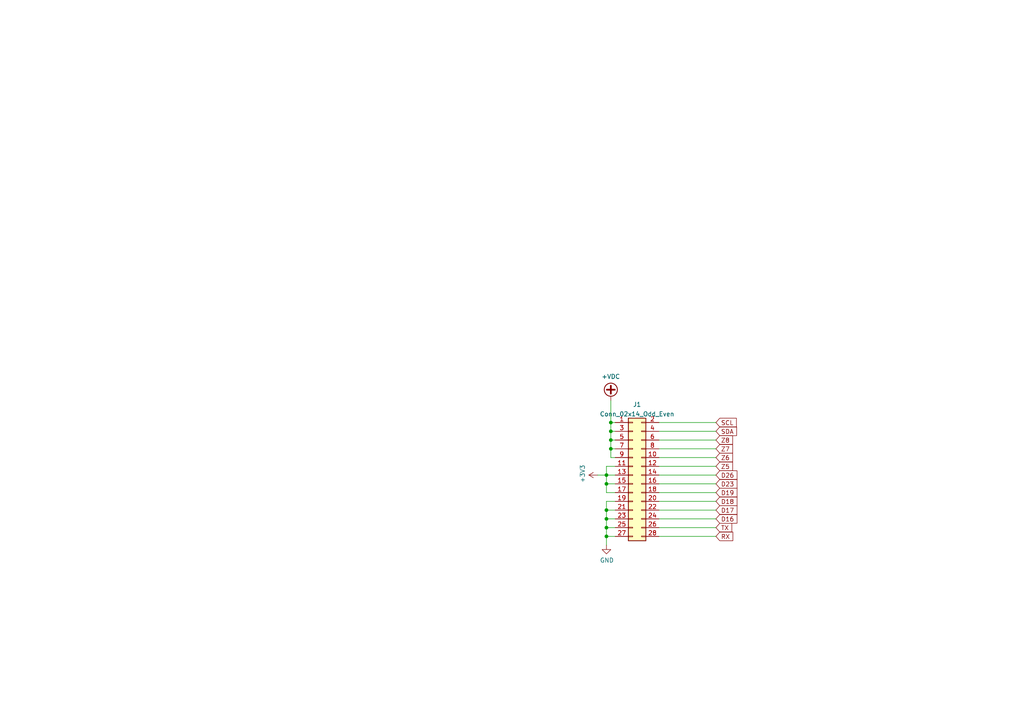
<source format=kicad_sch>
(kicad_sch (version 20211123) (generator eeschema)
  (paper "A4")
  (lib_symbols
    (symbol "Connector_Generic:Conn_02x14_Odd_Even" (pin_names (offset 1.016) hide)
      (property "Reference" "J" (at 1.27 17.78 0))
      (property "Value" "Conn_02x14_Odd_Even" (at 1.27 -20.32 0))
      (symbol "Conn_02x14_Odd_Even_1_1"
        (rectangle (start -1.27 -17.653) (end 0 -17.907) (stroke (width 0.1524)))
        (rectangle (start -1.27 -15.113) (end 0 -15.367) (stroke (width 0.1524)))
        (rectangle (start -1.27 -12.573) (end 0 -12.827) (stroke (width 0.1524)))
        (rectangle (start -1.27 -10.033) (end 0 -10.287) (stroke (width 0.1524)))
        (rectangle (start -1.27 -7.493) (end 0 -7.747) (stroke (width 0.1524)))
        (rectangle (start -1.27 -4.953) (end 0 -5.207) (stroke (width 0.1524)))
        (rectangle (start -1.27 -2.413) (end 0 -2.667) (stroke (width 0.1524)))
        (rectangle (start -1.27 0.127) (end 0 -0.127) (stroke (width 0.1524)))
        (rectangle (start -1.27 2.667) (end 0 2.413) (stroke (width 0.1524)))
        (rectangle (start -1.27 5.207) (end 0 4.953) (stroke (width 0.1524)))
        (rectangle (start -1.27 7.747) (end 0 7.493) (stroke (width 0.1524)))
        (rectangle (start -1.27 10.287) (end 0 10.033) (stroke (width 0.1524)))
        (rectangle (start -1.27 12.827) (end 0 12.573) (stroke (width 0.1524)))
        (rectangle (start -1.27 15.367) (end 0 15.113) (stroke (width 0.1524)))
        (rectangle (start -1.27 16.51) (end 3.81 -19.05) (stroke (width 0.254)) (fill (type background)))
        (rectangle (start 3.81 -17.653) (end 2.54 -17.907) (stroke (width 0.1524)))
        (rectangle (start 3.81 -15.113) (end 2.54 -15.367) (stroke (width 0.1524)))
        (rectangle (start 3.81 -12.573) (end 2.54 -12.827) (stroke (width 0.1524)))
        (rectangle (start 3.81 -10.033) (end 2.54 -10.287) (stroke (width 0.1524)))
        (rectangle (start 3.81 -7.493) (end 2.54 -7.747) (stroke (width 0.1524)))
        (rectangle (start 3.81 -4.953) (end 2.54 -5.207) (stroke (width 0.1524)))
        (rectangle (start 3.81 -2.413) (end 2.54 -2.667) (stroke (width 0.1524)))
        (rectangle (start 3.81 0.127) (end 2.54 -0.127) (stroke (width 0.1524)))
        (rectangle (start 3.81 2.667) (end 2.54 2.413) (stroke (width 0.1524)))
        (rectangle (start 3.81 5.207) (end 2.54 4.953) (stroke (width 0.1524)))
        (rectangle (start 3.81 7.747) (end 2.54 7.493) (stroke (width 0.1524)))
        (rectangle (start 3.81 10.287) (end 2.54 10.033) (stroke (width 0.1524)))
        (rectangle (start 3.81 12.827) (end 2.54 12.573) (stroke (width 0.1524)))
        (rectangle (start 3.81 15.367) (end 2.54 15.113) (stroke (width 0.1524)))
        (pin passive line (at -5.08 15.24 0) (length 3.81) (name "Pin_1") (number "1"))
        (pin passive line (at 7.62 5.08 180) (length 3.81) (name "Pin_10") (number "10"))
        (pin passive line (at -5.08 2.54 0) (length 3.81) (name "Pin_11") (number "11"))
        (pin passive line (at 7.62 2.54 180) (length 3.81) (name "Pin_12") (number "12"))
        (pin passive line (at -5.08 0 0) (length 3.81) (name "Pin_13") (number "13"))
        (pin passive line (at 7.62 0 180) (length 3.81) (name "Pin_14") (number "14"))
        (pin passive line (at -5.08 -2.54 0) (length 3.81) (name "Pin_15") (number "15"))
        (pin passive line (at 7.62 -2.54 180) (length 3.81) (name "Pin_16") (number "16"))
        (pin passive line (at -5.08 -5.08 0) (length 3.81) (name "Pin_17") (number "17"))
        (pin passive line (at 7.62 -5.08 180) (length 3.81) (name "Pin_18") (number "18"))
        (pin passive line (at -5.08 -7.62 0) (length 3.81) (name "Pin_19") (number "19"))
        (pin passive line (at 7.62 15.24 180) (length 3.81) (name "Pin_2") (number "2"))
        (pin passive line (at 7.62 -7.62 180) (length 3.81) (name "Pin_20") (number "20"))
        (pin passive line (at -5.08 -10.16 0) (length 3.81) (name "Pin_21") (number "21"))
        (pin passive line (at 7.62 -10.16 180) (length 3.81) (name "Pin_22") (number "22"))
        (pin passive line (at -5.08 -12.7 0) (length 3.81) (name "Pin_23") (number "23"))
        (pin passive line (at 7.62 -12.7 180) (length 3.81) (name "Pin_24") (number "24"))
        (pin passive line (at -5.08 -15.24 0) (length 3.81) (name "Pin_25") (number "25"))
        (pin passive line (at 7.62 -15.24 180) (length 3.81) (name "Pin_26") (number "26"))
        (pin passive line (at -5.08 -17.78 0) (length 3.81) (name "Pin_27") (number "27"))
        (pin passive line (at 7.62 -17.78 180) (length 3.81) (name "Pin_28") (number "28"))
        (pin passive line (at -5.08 12.7 0) (length 3.81) (name "Pin_3") (number "3"))
        (pin passive line (at 7.62 12.7 180) (length 3.81) (name "Pin_4") (number "4"))
        (pin passive line (at -5.08 10.16 0) (length 3.81) (name "Pin_5") (number "5"))
        (pin passive line (at 7.62 10.16 180) (length 3.81) (name "Pin_6") (number "6"))
        (pin passive line (at -5.08 7.62 0) (length 3.81) (name "Pin_7") (number "7"))
        (pin passive line (at 7.62 7.62 180) (length 3.81) (name "Pin_8") (number "8"))
        (pin passive line (at -5.08 5.08 0) (length 3.81) (name "Pin_9") (number "9"))
      )
    )
    (symbol "power:+3.3V" (power) (pin_names (offset 0))
      (property "Value" "+3.3V" (at 0 3.556 0))
      (symbol "+3.3V_0_1"
        (polyline (pts (xy -0.762 1.27) (xy 0 2.54)))
        (polyline (pts (xy 0 0) (xy 0 2.54)))
        (polyline (pts (xy 0 2.54) (xy 0.762 1.27)))
      )
      (symbol "+3.3V_1_1"
        (pin power_in line (at 0 0 90) (length 0) hide (name "+3V3") (number "1"))
      )
    )
    (symbol "power:+VDC" (power) (pin_names (offset 0))
      (property "Value" "+VDC" (at 0 6.35 0))
      (symbol "+VDC_0_1"
        (polyline (pts (xy -1.143 3.175) (xy 1.143 3.175)) (stroke (width 0.508)))
        (polyline (pts (xy 0 0) (xy 0 1.27)))
        (polyline (pts (xy 0 2.032) (xy 0 4.318)) (stroke (width 0.508)))
        (circle (center 0 3.175) (radius 1.905) (stroke (width 0.254)))
      )
      (symbol "+VDC_1_1"
        (pin power_in line (at 0 0 90) (length 0) hide (name "+VDC") (number "1"))
      )
    )
    (symbol "power:GND" (power) (pin_names (offset 0))
      (property "Value" "GND" (at 0 -3.81 0))
      (symbol "GND_0_1"
        (polyline (pts (xy 0 0) (xy 0 -1.27) (xy 1.27 -1.27) (xy 0 -2.54) (xy -1.27 -1.27) (xy 0 -1.27)))
      )
      (symbol "GND_1_1"
        (pin power_in line (at 0 0 270) (length 0) hide (name "GND") (number "1"))
      )
    )
  )
  (junction (at 175.895 155.575))
  (junction (at 175.895 140.335))
  (junction (at 175.895 137.795))
  (junction (at 175.895 153.035))
  (junction (at 175.895 150.495))
  (junction (at 177.165 122.555))
  (junction (at 175.895 147.955))
  (junction (at 177.165 125.095))
  (junction (at 177.165 127.635))
  (junction (at 177.165 130.175))
  (wire (pts (xy 177.165 130.175) (xy 177.165 127.635)))
  (wire (pts (xy 178.435 140.335) (xy 175.895 140.335)))
  (wire (pts (xy 178.435 135.255) (xy 175.895 135.255)))
  (wire (pts (xy 191.135 135.255) (xy 207.645 135.255)))
  (wire (pts (xy 191.135 145.415) (xy 207.645 145.415)))
  (wire (pts (xy 178.435 132.715) (xy 177.165 132.715)))
  (wire (pts (xy 177.165 122.555) (xy 177.165 125.095)))
  (wire (pts (xy 175.895 137.795) (xy 178.435 137.795)))
  (wire (pts (xy 207.645 127.635) (xy 191.135 127.635)))
  (wire (pts (xy 175.895 153.035) (xy 175.895 155.575)))
  (wire (pts (xy 191.135 130.175) (xy 207.645 130.175)))
  (wire (pts (xy 191.135 153.035) (xy 207.645 153.035)))
  (wire (pts (xy 191.135 147.955) (xy 207.645 147.955)))
  (wire (pts (xy 175.895 140.335) (xy 175.895 142.875)))
  (wire (pts (xy 178.435 145.415) (xy 175.895 145.415)))
  (wire (pts (xy 177.165 132.715) (xy 177.165 130.175)))
  (wire (pts (xy 175.895 147.955) (xy 175.895 150.495)))
  (wire (pts (xy 177.165 116.205) (xy 177.165 122.555)))
  (wire (pts (xy 207.645 132.715) (xy 191.135 132.715)))
  (wire (pts (xy 175.895 145.415) (xy 175.895 147.955)))
  (wire (pts (xy 175.895 140.335) (xy 175.895 137.795)))
  (wire (pts (xy 178.435 125.095) (xy 177.165 125.095)))
  (wire (pts (xy 191.135 155.575) (xy 207.645 155.575)))
  (wire (pts (xy 191.135 142.875) (xy 207.645 142.875)))
  (wire (pts (xy 178.435 142.875) (xy 175.895 142.875)))
  (wire (pts (xy 175.895 155.575) (xy 175.895 158.115)))
  (wire (pts (xy 191.135 125.095) (xy 207.645 125.095)))
  (wire (pts (xy 177.165 122.555) (xy 178.435 122.555)))
  (wire (pts (xy 178.435 150.495) (xy 175.895 150.495)))
  (wire (pts (xy 178.435 130.175) (xy 177.165 130.175)))
  (wire (pts (xy 173.355 137.795) (xy 175.895 137.795)))
  (wire (pts (xy 177.165 127.635) (xy 178.435 127.635)))
  (wire (pts (xy 175.895 135.255) (xy 175.895 137.795)))
  (wire (pts (xy 175.895 153.035) (xy 178.435 153.035)))
  (wire (pts (xy 191.135 122.555) (xy 207.645 122.555)))
  (wire (pts (xy 191.135 137.795) (xy 207.645 137.795)))
  (wire (pts (xy 178.435 155.575) (xy 175.895 155.575)))
  (wire (pts (xy 178.435 147.955) (xy 175.895 147.955)))
  (wire (pts (xy 191.135 140.335) (xy 207.645 140.335)))
  (wire (pts (xy 177.165 125.095) (xy 177.165 127.635)))
  (wire (pts (xy 175.895 150.495) (xy 175.895 153.035)))
  (wire (pts (xy 191.135 150.495) (xy 207.645 150.495)))
  (global_label "Z5" (shape input) (at 207.645 135.255 0) (property "Intersheet References" "${INTERSHEET_REFS}" (effects hide)))
  (global_label "Z8" (shape input) (at 207.645 127.635 0) (property "Intersheet References" "${INTERSHEET_REFS}" (effects hide)))
  (global_label "TX" (shape input) (at 207.645 153.035 0) (property "Intersheet References" "${INTERSHEET_REFS}" (effects hide)))
  (global_label "SCL" (shape input) (at 207.645 122.555 0) (property "Intersheet References" "${INTERSHEET_REFS}" (effects hide)))
  (global_label "D17" (shape input) (at 207.645 147.955 0) (property "Intersheet References" "${INTERSHEET_REFS}" (effects hide)))
  (global_label "D26" (shape input) (at 207.645 137.795 0) (property "Intersheet References" "${INTERSHEET_REFS}" (effects hide)))
  (global_label "D23" (shape input) (at 207.645 140.335 0) (property "Intersheet References" "${INTERSHEET_REFS}" (effects hide)))
  (global_label "D18" (shape input) (at 207.645 145.415 0) (property "Intersheet References" "${INTERSHEET_REFS}" (effects hide)))
  (global_label "D16" (shape input) (at 207.645 150.495 0) (property "Intersheet References" "${INTERSHEET_REFS}" (effects hide)))
  (global_label "SDA" (shape input) (at 207.645 125.095 0) (property "Intersheet References" "${INTERSHEET_REFS}" (effects hide)))
  (global_label "RX" (shape input) (at 207.645 155.575 0) (property "Intersheet References" "${INTERSHEET_REFS}" (effects hide)))
  (global_label "Z7" (shape input) (at 207.645 130.175 0) (property "Intersheet References" "${INTERSHEET_REFS}" (effects hide)))
  (global_label "D19" (shape input) (at 207.645 142.875 0) (property "Intersheet References" "${INTERSHEET_REFS}" (effects hide)))
  (global_label "Z6" (shape input) (at 207.645 132.715 0) (property "Intersheet References" "${INTERSHEET_REFS}" (effects hide)))
  (symbol (lib_id "power:+3.3V") (at 173.355 137.795 90) (unit 1)
    (property "Reference" "#PWR?" (effects hide))
    (property "Value" "+3.3V" (at 168.9608 137.414 0))
  )
  (symbol (lib_id "power:+VDC") (at 177.165 116.205 0) (unit 1)
    (property "Reference" "#PWR?" (effects hide))
    (property "Value" "+VDC" (at 177.165 109.22 0))
  )
  (symbol (lib_id "Connector_Generic:Conn_02x14_Odd_Even") (at 183.515 137.795 0) (unit 1)
    (property "Reference" "J1" (at 184.785 117.3185 0))
    (property "Value" "Conn_02x14_Odd_Even" (at 184.785 120.0936 0))
    (property "Footprint" "Connector_PinHeader_2.54mm:PinHeader_2x14_P2.54mm_Vertical" (effects hide))
  )
  (symbol (lib_id "power:GND") (at 175.895 158.115 0) (unit 1)
    (property "Reference" "#PWR?" (effects hide))
    (property "Value" "GND" (at 176.022 162.5092 0))
  )
)
</source>
